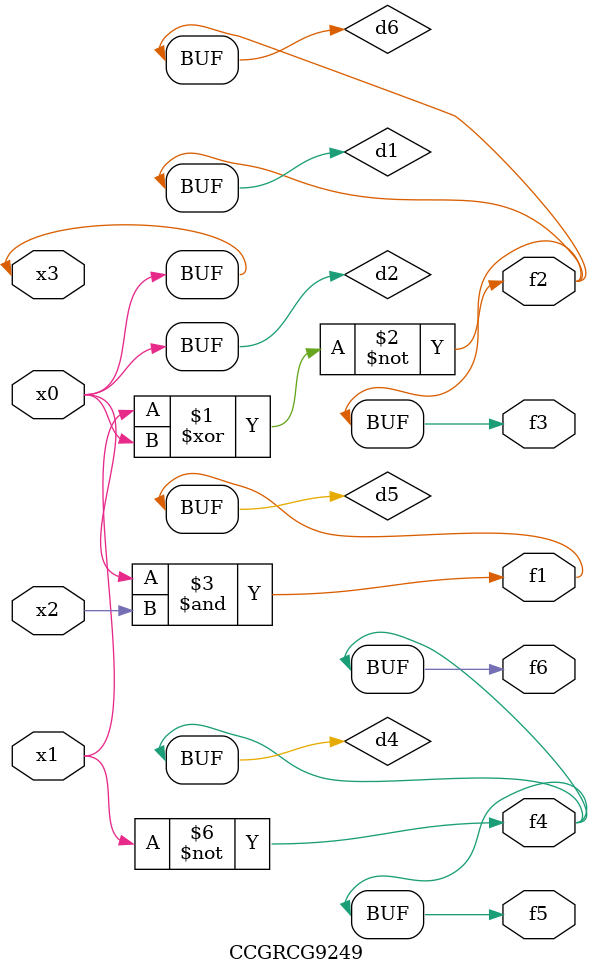
<source format=v>
module CCGRCG9249(
	input x0, x1, x2, x3,
	output f1, f2, f3, f4, f5, f6
);

	wire d1, d2, d3, d4, d5, d6;

	xnor (d1, x1, x3);
	buf (d2, x0, x3);
	nand (d3, x0, x2);
	not (d4, x1);
	nand (d5, d3);
	or (d6, d1);
	assign f1 = d5;
	assign f2 = d6;
	assign f3 = d6;
	assign f4 = d4;
	assign f5 = d4;
	assign f6 = d4;
endmodule

</source>
